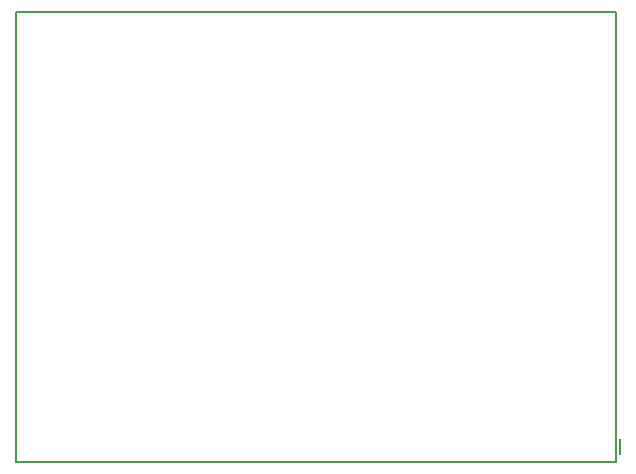
<source format=gbo>
G75*
%MOIN*%
%OFA0B0*%
%FSLAX25Y25*%
%IPPOS*%
%LPD*%
%AMOC8*
5,1,8,0,0,1.08239X$1,22.5*
%
%ADD10C,0.00800*%
%ADD11C,0.00500*%
D10*
X0292319Y0063500D02*
X0292319Y0068500D01*
D11*
X0291000Y0061000D02*
X0091000Y0061000D01*
X0091000Y0211000D01*
X0291000Y0211000D01*
X0291000Y0061000D01*
M02*

</source>
